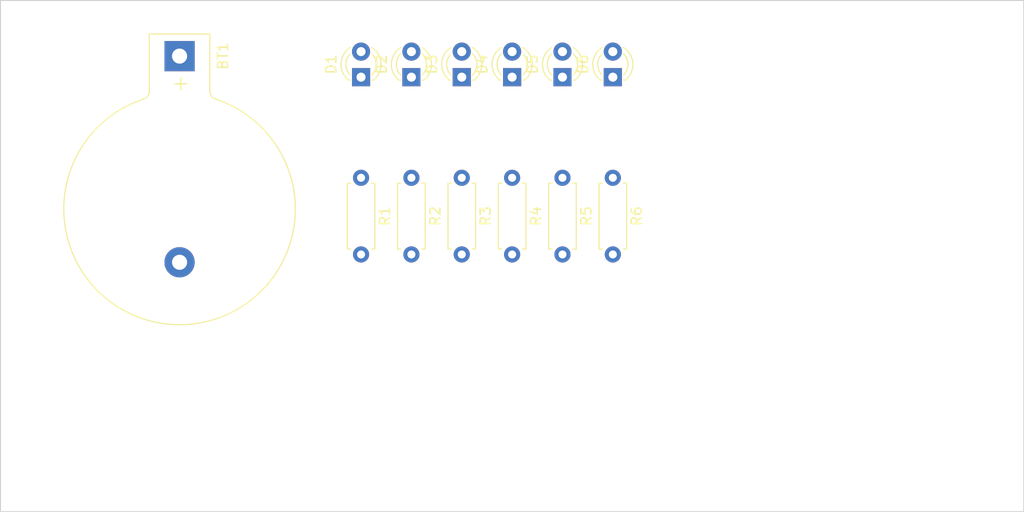
<source format=kicad_pcb>
(kicad_pcb (version 20211014) (generator pcbnew)
  (layers (0 "F.Cu" signal) (31 "B.Cu" signal) (34 "B.Paste" user) (35 "F.Paste" user) (36 "B.SilkS" user "B.Silkscreen") (37 "F.SilkS" user "F.Silkscreen") (38 "B.Mask" user) (39 "F.Mask" user) (44 "Edge.Cuts" user))
  (net 0 "")
  (net 1 "Net-(BT1-Pad1)")
  (net 2 "Net-(BT1-Pad2)")
  (net 3 "Net-(D1-Pad1)")
  (net 4 "Net-(D2-Pad1)")
  (net 5 "Net-(D3-Pad1)")
  (net 6 "Net-(D4-Pad1)")
  (net 7 "Net-(D5-Pad1)")
  (net 8 "Net-(D6-Pad1)")
  (footprint "Battery:BatteryHolder_Keystone_103_1x20mm" (layer "F.Cu") (at 119.38 56.327584 -90)
    (fp_text reference "BT1" (at 0 -4.3 90) (layer "F.SilkS"))
    (fp_text value "Battery_Cell")
    (fp_text user "+" (at 2.75 0 90) (layer "F.SilkS") (effects (font (size 1.5 1.5))))
    (fp_line (start -2.2 3) (end 3.5 3) (layer "F.SilkS") (width 0.12))
    (fp_line (start -2.2 3) (end -2.2 -3) (layer "F.SilkS") (width 0.12))
    (fp_line (start -2.2 -3) (end 3.5 -3) (layer "F.SilkS") (width 0.12))
    (fp_arc (start 4.25 -3.5) (mid 16.993514 -11.35499) (end 26.695671 0.045281) (layer "F.SilkS") (width 0.12))
    (fp_arc (start 4.251754 -3.526384) (mid 3.958861 -3.144678) (end 3.5 -3) (layer "F.SilkS") (width 0.12))
    (fp_arc (start 26.695671 -0.045281) (mid 16.993514 11.35499) (end 4.25 3.5) (layer "F.SilkS") (width 0.12))
    (fp_arc (start 3.5 3) (mid 3.958861 3.144678) (end 4.251754 3.526384) (layer "F.SilkS") (width 0.12))
    (pad "1" thru_hole rect (at 0 0 270) (size 3 3) (drill 1.5) (layers *.Cu *.Mask) (net 1 "Net-(BT1-Pad1)"))
    (pad "2" thru_hole circle (at 20.49 0 270) (size 3 3) (drill 1.5) (layers *.Cu *.Mask) (net 2 "Net-(BT1-Pad2)"))
  )
  (footprint "LED_THT:LED_D3.0mm" (layer "F.Cu") (at 152.4 58.42 90)
    (fp_text reference "D4" (at 1.27 -2.96 90) (layer "F.SilkS"))
    (fp_text value "LED")
    (fp_line (start -0.29 1.08) (end -0.29 1.236) (layer "F.SilkS") (width 0.12))
    (fp_line (start -0.29 -1.236) (end -0.29 -1.08) (layer "F.SilkS") (width 0.12))
    (fp_arc (start 2.942335 1.078608) (mid 1.366487 1.987659) (end -0.29 1.235516) (layer "F.SilkS") (width 0.12))
    (fp_arc (start 2.31113 1.079837) (mid 1.270117 1.5) (end 0.229039 1.08) (layer "F.SilkS") (width 0.12))
    (fp_arc (start 0.229039 -1.08) (mid 1.270117 -1.5) (end 2.31113 -1.079837) (layer "F.SilkS") (width 0.12))
    (fp_arc (start -0.29 -1.235516) (mid 1.366487 -1.987659) (end 2.942335 -1.078608) (layer "F.SilkS") (width 0.12))
    (pad "1" thru_hole rect (at 0 0 90) (size 1.8 1.8) (drill 0.9) (layers *.Cu *.Mask) (net 6 "Net-(D4-Pad1)"))
    (pad "2" thru_hole circle (at 2.54 0 90) (size 1.8 1.8) (drill 0.9) (layers *.Cu *.Mask) (net 1 "Net-(BT1-Pad1)"))
  )
  (footprint "Resistor_THT:R_Axial_DIN0207_L6.3mm_D2.5mm_P7.62mm_Horizontal" (layer "F.Cu") (at 152.4 68.42 -90)
    (fp_text reference "R4" (at 3.81 -2.37 90) (layer "F.SilkS"))
    (fp_text value "R")
    (fp_line (start 0.54 -1.37) (end 7.08 -1.37) (layer "F.SilkS") (width 0.12))
    (fp_line (start 0.54 1.37) (end 7.08 1.37) (layer "F.SilkS") (width 0.12))
    (fp_line (start 0.54 -1.04) (end 0.54 -1.37) (layer "F.SilkS") (width 0.12))
    (fp_line (start 7.08 1.37) (end 7.08 1.04) (layer "F.SilkS") (width 0.12))
    (fp_line (start 0.54 1.04) (end 0.54 1.37) (layer "F.SilkS") (width 0.12))
    (fp_line (start 7.08 -1.37) (end 7.08 -1.04) (layer "F.SilkS") (width 0.12))
    (pad "1" thru_hole circle (at 0 0 270) (size 1.6 1.6) (drill 0.8) (layers *.Cu *.Mask) (net 6 "Net-(D4-Pad1)"))
    (pad "2" thru_hole oval (at 7.62 0 270) (size 1.6 1.6) (drill 0.8) (layers *.Cu *.Mask) (net 2 "Net-(BT1-Pad2)"))
  )
  (footprint "Resistor_THT:R_Axial_DIN0207_L6.3mm_D2.5mm_P7.62mm_Horizontal" (layer "F.Cu") (at 162.4 68.42 -90)
    (fp_text reference "R6" (at 3.81 -2.37 90) (layer "F.SilkS"))
    (fp_text value "R")
    (fp_line (start 0.54 1.37) (end 7.08 1.37) (layer "F.SilkS") (width 0.12))
    (fp_line (start 0.54 -1.37) (end 7.08 -1.37) (layer "F.SilkS") (width 0.12))
    (fp_line (start 7.08 -1.37) (end 7.08 -1.04) (layer "F.SilkS") (width 0.12))
    (fp_line (start 0.54 -1.04) (end 0.54 -1.37) (layer "F.SilkS") (width 0.12))
    (fp_line (start 0.54 1.04) (end 0.54 1.37) (layer "F.SilkS") (width 0.12))
    (fp_line (start 7.08 1.37) (end 7.08 1.04) (layer "F.SilkS") (width 0.12))
    (pad "1" thru_hole circle (at 0 0 270) (size 1.6 1.6) (drill 0.8) (layers *.Cu *.Mask) (net 8 "Net-(D6-Pad1)"))
    (pad "2" thru_hole oval (at 7.62 0 270) (size 1.6 1.6) (drill 0.8) (layers *.Cu *.Mask) (net 2 "Net-(BT1-Pad2)"))
  )
  (footprint "Resistor_THT:R_Axial_DIN0207_L6.3mm_D2.5mm_P7.62mm_Horizontal" (layer "F.Cu") (at 137.4 68.42 -90)
    (fp_text reference "R1" (at 3.81 -2.37 90) (layer "F.SilkS"))
    (fp_text value "R")
    (fp_line (start 0.54 1.37) (end 7.08 1.37) (layer "F.SilkS") (width 0.12))
    (fp_line (start 7.08 1.37) (end 7.08 1.04) (layer "F.SilkS") (width 0.12))
    (fp_line (start 0.54 1.04) (end 0.54 1.37) (layer "F.SilkS") (width 0.12))
    (fp_line (start 7.08 -1.37) (end 7.08 -1.04) (layer "F.SilkS") (width 0.12))
    (fp_line (start 0.54 -1.37) (end 7.08 -1.37) (layer "F.SilkS") (width 0.12))
    (fp_line (start 0.54 -1.04) (end 0.54 -1.37) (layer "F.SilkS") (width 0.12))
    (pad "1" thru_hole circle (at 0 0 270) (size 1.6 1.6) (drill 0.8) (layers *.Cu *.Mask) (net 3 "Net-(D1-Pad1)"))
    (pad "2" thru_hole oval (at 7.62 0 270) (size 1.6 1.6) (drill 0.8) (layers *.Cu *.Mask) (net 2 "Net-(BT1-Pad2)"))
  )
  (footprint "LED_THT:LED_D3.0mm" (layer "F.Cu") (at 142.4 58.42 90)
    (fp_text reference "D2" (at 1.27 -2.96 90) (layer "F.SilkS"))
    (fp_text value "LED")
    (fp_line (start -0.29 1.08) (end -0.29 1.236) (layer "F.SilkS") (width 0.12))
    (fp_line (start -0.29 -1.236) (end -0.29 -1.08) (layer "F.SilkS") (width 0.12))
    (fp_arc (start 2.31113 1.079837) (mid 1.270117 1.5) (end 0.229039 1.08) (layer "F.SilkS") (width 0.12))
    (fp_arc (start 0.229039 -1.08) (mid 1.270117 -1.5) (end 2.31113 -1.079837) (layer "F.SilkS") (width 0.12))
    (fp_arc (start 2.942335 1.078608) (mid 1.366487 1.987659) (end -0.29 1.235516) (layer "F.SilkS") (width 0.12))
    (fp_arc (start -0.29 -1.235516) (mid 1.366487 -1.987659) (end 2.942335 -1.078608) (layer "F.SilkS") (width 0.12))
    (pad "1" thru_hole rect (at 0 0 90) (size 1.8 1.8) (drill 0.9) (layers *.Cu *.Mask) (net 4 "Net-(D2-Pad1)"))
    (pad "2" thru_hole circle (at 2.54 0 90) (size 1.8 1.8) (drill 0.9) (layers *.Cu *.Mask) (net 1 "Net-(BT1-Pad1)"))
  )
  (footprint "LED_THT:LED_D3.0mm" (layer "F.Cu") (at 137.4 58.42 90)
    (fp_text reference "D1" (at 1.27 -2.96 90) (layer "F.SilkS"))
    (fp_text value "LED")
    (fp_line (start -0.29 1.08) (end -0.29 1.236) (layer "F.SilkS") (width 0.12))
    (fp_line (start -0.29 -1.236) (end -0.29 -1.08) (layer "F.SilkS") (width 0.12))
    (fp_arc (start 2.942335 1.078608) (mid 1.366487 1.987659) (end -0.29 1.235516) (layer "F.SilkS") (width 0.12))
    (fp_arc (start 2.31113 1.079837) (mid 1.270117 1.5) (end 0.229039 1.08) (layer "F.SilkS") (width 0.12))
    (fp_arc (start -0.29 -1.235516) (mid 1.366487 -1.987659) (end 2.942335 -1.078608) (layer "F.SilkS") (width 0.12))
    (fp_arc (start 0.229039 -1.08) (mid 1.270117 -1.5) (end 2.31113 -1.079837) (layer "F.SilkS") (width 0.12))
    (pad "1" thru_hole rect (at 0 0 90) (size 1.8 1.8) (drill 0.9) (layers *.Cu *.Mask) (net 3 "Net-(D1-Pad1)"))
    (pad "2" thru_hole circle (at 2.54 0 90) (size 1.8 1.8) (drill 0.9) (layers *.Cu *.Mask) (net 1 "Net-(BT1-Pad1)"))
  )
  (footprint "Resistor_THT:R_Axial_DIN0207_L6.3mm_D2.5mm_P7.62mm_Horizontal" (layer "F.Cu") (at 157.4 68.42 -90)
    (fp_text reference "R5" (at 3.81 -2.37 90) (layer "F.SilkS"))
    (fp_text value "R")
    (fp_line (start 7.08 -1.37) (end 7.08 -1.04) (layer "F.SilkS") (width 0.12))
    (fp_line (start 0.54 -1.04) (end 0.54 -1.37) (layer "F.SilkS") (width 0.12))
    (fp_line (start 7.08 1.37) (end 7.08 1.04) (layer "F.SilkS") (width 0.12))
    (fp_line (start 0.54 -1.37) (end 7.08 -1.37) (layer "F.SilkS") (width 0.12))
    (fp_line (start 0.54 1.04) (end 0.54 1.37) (layer "F.SilkS") (width 0.12))
    (fp_line (start 0.54 1.37) (end 7.08 1.37) (layer "F.SilkS") (width 0.12))
    (pad "1" thru_hole circle (at 0 0 270) (size 1.6 1.6) (drill 0.8) (layers *.Cu *.Mask) (net 7 "Net-(D5-Pad1)"))
    (pad "2" thru_hole oval (at 7.62 0 270) (size 1.6 1.6) (drill 0.8) (layers *.Cu *.Mask) (net 2 "Net-(BT1-Pad2)"))
  )
  (footprint "LED_THT:LED_D3.0mm" (layer "F.Cu") (at 157.4 58.42 90)
    (fp_text reference "D5" (at 1.27 -2.96 90) (layer "F.SilkS"))
    (fp_text value "LED")
    (fp_line (start -0.29 1.08) (end -0.29 1.236) (layer "F.SilkS") (width 0.12))
    (fp_line (start -0.29 -1.236) (end -0.29 -1.08) (layer "F.SilkS") (width 0.12))
    (fp_arc (start 0.229039 -1.08) (mid 1.270117 -1.5) (end 2.31113 -1.079837) (layer "F.SilkS") (width 0.12))
    (fp_arc (start 2.31113 1.079837) (mid 1.270117 1.5) (end 0.229039 1.08) (layer "F.SilkS") (width 0.12))
    (fp_arc (start 2.942335 1.078608) (mid 1.366487 1.987659) (end -0.29 1.235516) (layer "F.SilkS") (width 0.12))
    (fp_arc (start -0.29 -1.235516) (mid 1.366487 -1.987659) (end 2.942335 -1.078608) (layer "F.SilkS") (width 0.12))
    (pad "1" thru_hole rect (at 0 0 90) (size 1.8 1.8) (drill 0.9) (layers *.Cu *.Mask) (net 7 "Net-(D5-Pad1)"))
    (pad "2" thru_hole circle (at 2.54 0 90) (size 1.8 1.8) (drill 0.9) (layers *.Cu *.Mask) (net 1 "Net-(BT1-Pad1)"))
  )
  (footprint "Resistor_THT:R_Axial_DIN0207_L6.3mm_D2.5mm_P7.62mm_Horizontal" (layer "F.Cu") (at 147.4 68.42 -90)
    (fp_text reference "R3" (at 3.81 -2.37 90) (layer "F.SilkS"))
    (fp_text value "R")
    (fp_line (start 0.54 -1.37) (end 7.08 -1.37) (layer "F.SilkS") (width 0.12))
    (fp_line (start 0.54 1.37) (end 7.08 1.37) (layer "F.SilkS") (width 0.12))
    (fp_line (start 7.08 -1.37) (end 7.08 -1.04) (layer "F.SilkS") (width 0.12))
    (fp_line (start 0.54 -1.04) (end 0.54 -1.37) (layer "F.SilkS") (width 0.12))
    (fp_line (start 0.54 1.04) (end 0.54 1.37) (layer "F.SilkS") (width 0.12))
    (fp_line (start 7.08 1.37) (end 7.08 1.04) (layer "F.SilkS") (width 0.12))
    (pad "1" thru_hole circle (at 0 0 270) (size 1.6 1.6) (drill 0.8) (layers *.Cu *.Mask) (net 5 "Net-(D3-Pad1)"))
    (pad "2" thru_hole oval (at 7.62 0 270) (size 1.6 1.6) (drill 0.8) (layers *.Cu *.Mask) (net 2 "Net-(BT1-Pad2)"))
  )
  (footprint "Resistor_THT:R_Axial_DIN0207_L6.3mm_D2.5mm_P7.62mm_Horizontal" (layer "F.Cu") (at 142.4 68.42 -90)
    (fp_text reference "R2" (at 3.81 -2.37 90) (layer "F.SilkS"))
    (fp_text value "R")
    (fp_line (start 0.54 -1.04) (end 0.54 -1.37) (layer "F.SilkS") (width 0.12))
    (fp_line (start 7.08 -1.37) (end 7.08 -1.04) (layer "F.SilkS") (width 0.12))
    (fp_line (start 0.54 -1.37) (end 7.08 -1.37) (layer "F.SilkS") (width 0.12))
    (fp_line (start 0.54 1.04) (end 0.54 1.37) (layer "F.SilkS") (width 0.12))
    (fp_line (start 7.08 1.37) (end 7.08 1.04) (layer "F.SilkS") (width 0.12))
    (fp_line (start 0.54 1.37) (end 7.08 1.37) (layer "F.SilkS") (width 0.12))
    (pad "1" thru_hole circle (at 0 0 270) (size 1.6 1.6) (drill 0.8) (layers *.Cu *.Mask) (net 4 "Net-(D2-Pad1)"))
    (pad "2" thru_hole oval (at 7.62 0 270) (size 1.6 1.6) (drill 0.8) (layers *.Cu *.Mask) (net 2 "Net-(BT1-Pad2)"))
  )
  (footprint "LED_THT:LED_D3.0mm" (layer "F.Cu") (at 162.4 58.42 90)
    (fp_text reference "D6" (at 1.27 -2.96 90) (layer "F.SilkS"))
    (fp_text value "LED")
    (fp_line (start -0.29 1.08) (end -0.29 1.236) (layer "F.SilkS") (width 0.12))
    (fp_line (start -0.29 -1.236) (end -0.29 -1.08) (layer "F.SilkS") (width 0.12))
    (fp_arc (start 2.31113 1.079837) (mid 1.270117 1.5) (end 0.229039 1.08) (layer "F.SilkS") (width 0.12))
    (fp_arc (start 0.229039 -1.08) (mid 1.270117 -1.5) (end 2.31113 -1.079837) (layer "F.SilkS") (width 0.12))
    (fp_arc (start -0.29 -1.235516) (mid 1.366487 -1.987659) (end 2.942335 -1.078608) (layer "F.SilkS") (width 0.12))
    (fp_arc (start 2.942335 1.078608) (mid 1.366487 1.987659) (end -0.29 1.235516) (layer "F.SilkS") (width 0.12))
    (pad "1" thru_hole rect (at 0 0 90) (size 1.8 1.8) (drill 0.9) (layers *.Cu *.Mask) (net 8 "Net-(D6-Pad1)"))
    (pad "2" thru_hole circle (at 2.54 0 90) (size 1.8 1.8) (drill 0.9) (layers *.Cu *.Mask) (net 1 "Net-(BT1-Pad1)"))
  )
  (footprint "LED_THT:LED_D3.0mm" (layer "F.Cu") (at 147.4 58.42 90)
    (fp_text reference "D3" (at 1.27 -2.96 90) (layer "F.SilkS"))
    (fp_text value "LED")
    (fp_line (start -0.29 1.08) (end -0.29 1.236) (layer "F.SilkS") (width 0.12))
    (fp_line (start -0.29 -1.236) (end -0.29 -1.08) (layer "F.SilkS") (width 0.12))
    (fp_arc (start 2.31113 1.079837) (mid 1.270117 1.5) (end 0.229039 1.08) (layer "F.SilkS") (width 0.12))
    (fp_arc (start 2.942335 1.078608) (mid 1.366487 1.987659) (end -0.29 1.235516) (layer "F.SilkS") (width 0.12))
    (fp_arc (start 0.229039 -1.08) (mid 1.270117 -1.5) (end 2.31113 -1.079837) (layer "F.SilkS") (width 0.12))
    (fp_arc (start -0.29 -1.235516) (mid 1.366487 -1.987659) (end 2.942335 -1.078608) (layer "F.SilkS") (width 0.12))
    (pad "1" thru_hole rect (at 0 0 90) (size 1.8 1.8) (drill 0.9) (layers *.Cu *.Mask) (net 5 "Net-(D3-Pad1)"))
    (pad "2" thru_hole circle (at 2.54 0 90) (size 1.8 1.8) (drill 0.9) (layers *.Cu *.Mask) (net 1 "Net-(BT1-Pad1)"))
  )
  (gr_rect (start 101.6 50.8) (end 203.2 101.6) (layer "Edge.Cuts") (width 0.1) (fill none))
)
</source>
